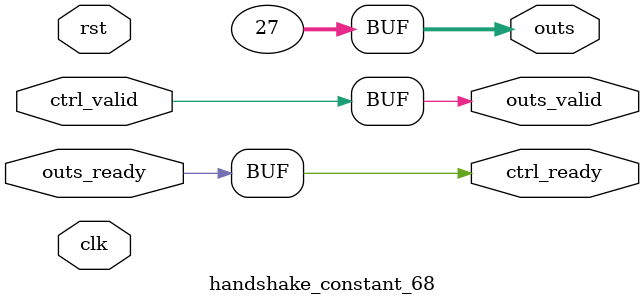
<source format=v>
`timescale 1ns / 1ps
module handshake_constant_68 #(
  parameter DATA_WIDTH = 32  // Default set to 32 bits
) (
  input                       clk,
  input                       rst,
  // Input Channel
  input                       ctrl_valid,
  output                      ctrl_ready,
  // Output Channel
  output [DATA_WIDTH - 1 : 0] outs,
  output                      outs_valid,
  input                       outs_ready
);
  assign outs       = 6'b011011;
  assign outs_valid = ctrl_valid;
  assign ctrl_ready = outs_ready;

endmodule

</source>
